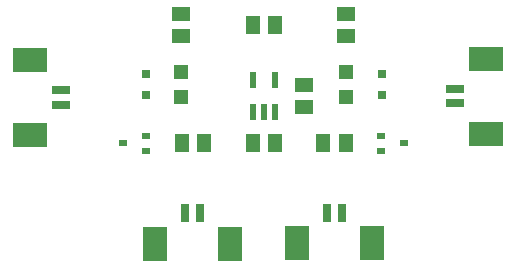
<source format=gtp>
G75*
%MOIN*%
%OFA0B0*%
%FSLAX25Y25*%
%IPPOS*%
%LPD*%
%AMOC8*
5,1,8,0,0,1.08239X$1,22.5*
%
%ADD10R,0.05118X0.05906*%
%ADD11R,0.05906X0.05118*%
%ADD12R,0.04724X0.04724*%
%ADD13R,0.03150X0.02756*%
%ADD14R,0.02559X0.02362*%
%ADD15R,0.11811X0.08268*%
%ADD16R,0.06299X0.03150*%
%ADD17R,0.02200X0.05200*%
%ADD18R,0.08268X0.11811*%
%ADD19R,0.03150X0.06299*%
D10*
X0061858Y0045226D03*
X0069339Y0045226D03*
X0085480Y0045226D03*
X0092961Y0045226D03*
X0109102Y0045226D03*
X0116583Y0045226D03*
X0092961Y0084596D03*
X0085480Y0084596D03*
D11*
X0061661Y0080856D03*
X0061661Y0088336D03*
X0102469Y0064714D03*
X0102469Y0057234D03*
X0116780Y0080856D03*
X0116780Y0088336D03*
D12*
X0116780Y0069045D03*
X0116780Y0060777D03*
X0061661Y0060777D03*
X0061661Y0069045D03*
D13*
X0049850Y0068454D03*
X0049850Y0061368D03*
X0128591Y0061368D03*
X0128591Y0068454D03*
D14*
X0128394Y0047785D03*
X0136071Y0045226D03*
X0128394Y0042667D03*
X0050047Y0042667D03*
X0042370Y0045226D03*
X0050047Y0047785D03*
D15*
X0011285Y0047894D03*
X0011285Y0072894D03*
X0163236Y0073474D03*
X0163236Y0048474D03*
D16*
X0153000Y0058513D03*
X0153000Y0063435D03*
X0021521Y0062855D03*
X0021521Y0057933D03*
D17*
X0085520Y0055574D03*
X0089220Y0055574D03*
X0092920Y0055574D03*
X0092920Y0066374D03*
X0085520Y0066374D03*
D18*
X0052958Y0011677D03*
X0077958Y0011677D03*
X0100403Y0011877D03*
X0125403Y0011877D03*
D19*
X0115363Y0022114D03*
X0110442Y0022114D03*
X0067919Y0021914D03*
X0062998Y0021914D03*
M02*

</source>
